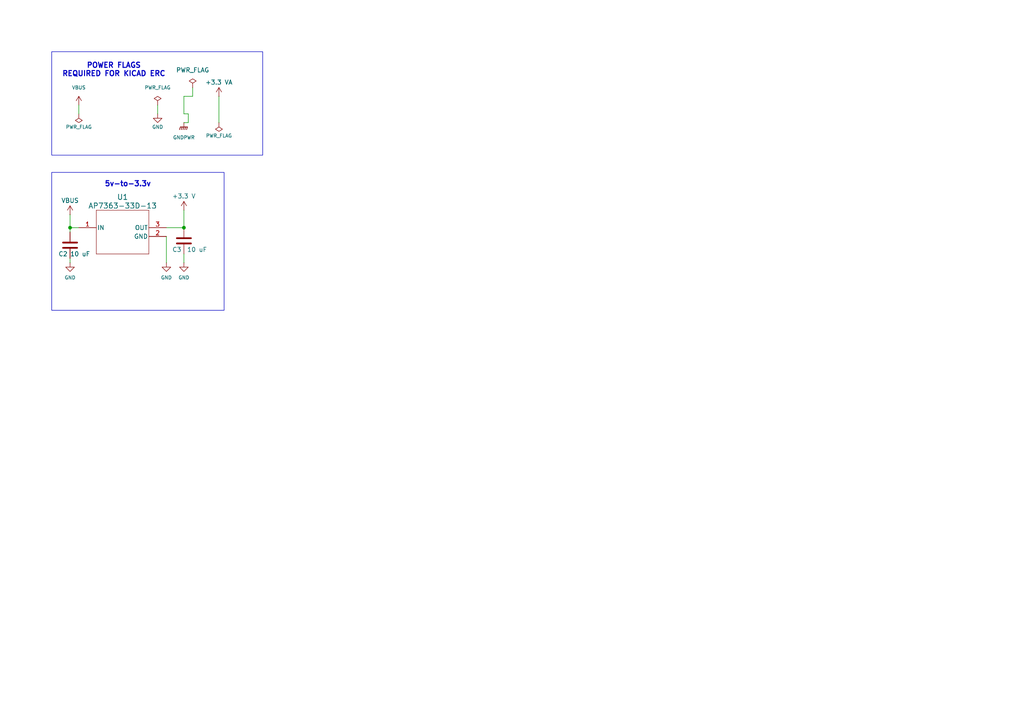
<source format=kicad_sch>
(kicad_sch (version 20231120) (generator "eeschema") (generator_version "8.0")
  (paper "A4")
  (title_block (title "Test1") (date "2024-04-30") (rev "v1") (company "InFlynn Technologies"))
  (lib_symbols
    (symbol "AP7363_33D_13:AP7363-33D-13" (pin_names (offset 0.254))
      (property "Reference" "U1" (at 27.94 8.89 0))
      (property "Value" "AP7363-33D-13" (at 27.94 6.35 0))
      (symbol "AP7363-33D-13_0_1"
        (polyline (pts (xy 20.32 5.08) (xy 20.32 -7.62)) (stroke (width 0.127)))
        (polyline (pts (xy 35.56 -7.62) (xy 35.56 5.08)) (stroke (width 0.127)))
        (polyline (pts (xy 35.56 5.08) (xy 20.32 5.08)) (stroke (width 0.127)))
        (pin power_in line (at 40.64 -2.54 180) (length 5.08) (name "GND") (number "2"))
        (pin power_out line (at 40.64 0 180) (length 5.08) (name "OUT") (number "3"))
      )
      (symbol "AP7363-33D-13_1_1"
        (polyline (pts (xy 20.32 -7.62) (xy 35.56 -7.62)) (stroke (width 0.127)))
        (pin input line (at 15.24 0 0) (length 5.08) (name "IN") (number "1"))
      )
    )
    (symbol "Device:C" (pin_numbers hide) (pin_names (offset 0.254))
      (property "Reference" "C" (at 0.635 2.54 0))
      (property "Value" "C" (at 0.635 -2.54 0))
      (symbol "C_0_1"
        (polyline (pts (xy -2.032 -0.762) (xy 2.032 -0.762)) (stroke (width 0.508)))
        (polyline (pts (xy -2.032 0.762) (xy 2.032 0.762)) (stroke (width 0.508)))
      )
      (symbol "C_1_1"
        (pin passive line (at 0 3.81 270) (length 2.794) (name "~") (number "1"))
        (pin passive line (at 0 -3.81 90) (length 2.794) (name "~") (number "2"))
      )
    )
    (symbol "power:+3V3" (power) (pin_numbers hide) (pin_names (offset 0) hide)
      (property "Value" "+3V3" (at 0 3.556 0))
      (symbol "+3V3_0_1"
        (polyline (pts (xy -0.762 1.27) (xy 0 2.54)))
        (polyline (pts (xy 0 0) (xy 0 2.54)))
        (polyline (pts (xy 0 2.54) (xy 0.762 1.27)))
      )
      (symbol "+3V3_1_1"
        (pin power_in line (at 0 0 90) (length 0) (name "~") (number "1"))
      )
    )
    (symbol "power:GND" (power) (pin_numbers hide) (pin_names (offset 0) hide)
      (property "Value" "GND" (at 0 -3.81 0))
      (symbol "GND_0_1"
        (polyline (pts (xy 0 0) (xy 0 -1.27) (xy 1.27 -1.27) (xy 0 -2.54) (xy -1.27 -1.27) (xy 0 -1.27)))
      )
      (symbol "GND_1_1"
        (pin power_in line (at 0 0 270) (length 0) (name "~") (number "1"))
      )
    )
    (symbol "power:GNDPWR" (power) (pin_numbers hide) (pin_names (offset 0) hide)
      (property "Value" "GNDPWR" (at 0 -3.302 0))
      (symbol "GNDPWR_0_1"
        (polyline (pts (xy 0 -1.27) (xy 0 0)))
        (polyline (pts (xy -1.016 -1.27) (xy -1.27 -2.032) (xy -1.27 -2.032)) (stroke (width 0.2032)))
        (polyline (pts (xy -0.508 -1.27) (xy -0.762 -2.032) (xy -0.762 -2.032)) (stroke (width 0.2032)))
        (polyline (pts (xy 0 -1.27) (xy -0.254 -2.032) (xy -0.254 -2.032)) (stroke (width 0.2032)))
        (polyline (pts (xy 0.508 -1.27) (xy 0.254 -2.032) (xy 0.254 -2.032)) (stroke (width 0.2032)))
        (polyline (pts (xy 1.016 -1.27) (xy -1.016 -1.27) (xy -1.016 -1.27)) (stroke (width 0.2032)))
        (polyline (pts (xy 1.016 -1.27) (xy 0.762 -2.032) (xy 0.762 -2.032) (xy 0.762 -2.032)) (stroke (width 0.2032)))
      )
      (symbol "GNDPWR_1_1"
        (pin power_in line (at 0 0 270) (length 0) (name "~") (number "1"))
      )
    )
    (symbol "power:PWR_FLAG" (power) (pin_numbers hide) (pin_names (offset 0) hide)
      (property "Value" "PWR_FLAG" (at 0 3.81 0))
      (symbol "PWR_FLAG_0_0"
        (pin power_out line (at 0 0 90) (length 0) (name "~") (number "1"))
      )
      (symbol "PWR_FLAG_0_1"
        (polyline (pts (xy 0 0) (xy 0 1.27) (xy -1.016 1.905) (xy 0 2.54) (xy 1.016 1.905) (xy 0 1.27)))
      )
    )
    (symbol "power:VBUS" (power) (pin_numbers hide) (pin_names (offset 0) hide)
      (property "Value" "VBUS" (at 0 3.556 0))
      (symbol "VBUS_0_1"
        (polyline (pts (xy -0.762 1.27) (xy 0 2.54)))
        (polyline (pts (xy 0 0) (xy 0 2.54)))
        (polyline (pts (xy 0 2.54) (xy 0.762 1.27)))
      )
      (symbol "VBUS_1_1"
        (pin power_in line (at 0 0 90) (length 0) (name "~") (number "1"))
      )
    )
  )
  (junction (at 20.32 66.04))
  (junction (at 53.34 66.04))
  (wire (pts (xy 55.88 25.4) (xy 55.88 27.94)))
  (wire (pts (xy 53.34 35.56) (xy 54.61 35.56)))
  (wire (pts (xy 53.34 27.94) (xy 55.88 27.94)))
  (wire (pts (xy 22.86 33.02) (xy 22.86 30.48)))
  (wire (pts (xy 54.61 33.02) (xy 54.61 35.56)))
  (wire (pts (xy 53.34 33.02) (xy 53.34 27.94)))
  (wire (pts (xy 48.26 68.58) (xy 48.26 76.2)))
  (wire (pts (xy 20.32 66.04) (xy 20.32 67.31)))
  (wire (pts (xy 53.34 73.66) (xy 53.34 76.2)))
  (wire (pts (xy 53.34 60.96) (xy 53.34 66.04)))
  (wire (pts (xy 54.61 33.02) (xy 53.34 33.02)))
  (wire (pts (xy 20.32 74.93) (xy 20.32 76.2)))
  (wire (pts (xy 20.32 62.23) (xy 20.32 66.04)))
  (wire (pts (xy 48.26 66.04) (xy 53.34 66.04)))
  (wire (pts (xy 45.72 30.48) (xy 45.72 33.02)))
  (wire (pts (xy 22.86 66.04) (xy 20.32 66.04)))
  (wire (pts (xy 63.5 27.94) (xy 63.5 35.56)))
  (rectangle (start 15 50) (end 65 90))
  (rectangle (start 15 15) (end 76.2 45))
  (text "5v-to-3.3v" (at 37.084 53.467 0) (effects (font (size 1.5 1.5) (thickness 0.3) (bold yes))))
  (text "POWER FLAGS\nREQUIRED FOR KICAD ERC" (at 33.02 20.32 0) (effects (font (size 1.5 1.5) (thickness 0.3) (bold yes))))
  (symbol (lib_id "power:GNDPWR") (at 53.34 35.56 0) (unit 1)
    (property "Reference" "#PWR018" (effects (hide yes)))
    (property "Value" "GNDPWR" (at 53.34 39.878 0) (effects (font (size 1 1))))
    (property "Description" "Power symbol creates a global label with name \"GNDPWR\" , global ground" (effects (hide yes)))
  )
  (symbol (lib_id "power:+3V3") (at 63.5 27.94 0) (unit 1)
    (property "Reference" "#PWR017" (effects (hide yes)))
    (property "Value" "+3.3 VA" (at 63.5 23.876 0))
    (property "Description" "Power symbol creates a global label with name \"+3V3\"" (effects (hide yes)))
  )
  (symbol (lib_id "power:GND") (at 48.26 76.2 0) (unit 1)
    (property "Reference" "#PWR010" (effects (hide yes)))
    (property "Value" "GND" (at 48.26 80.518 0) (effects (font (size 1 1))))
    (property "Description" "Power symbol creates a global label with name \"GND\" , ground" (effects (hide yes)))
  )
  (symbol (lib_id "power:GND") (at 53.34 76.2 0) (unit 1)
    (property "Reference" "#PWR012" (effects (hide yes)))
    (property "Value" "GND" (at 53.34 80.518 0) (effects (font (size 1 1))))
    (property "Description" "Power symbol creates a global label with name \"GND\" , ground" (effects (hide yes)))
  )
  (symbol (lib_id "power:PWR_FLAG") (at 55.88 25.4 0) (unit 1)
    (property "Reference" "#FLG01" (effects (hide yes)))
    (property "Value" "PWR_FLAG" (at 55.88 20.32 0))
    (property "Description" "Special symbol for telling ERC where power comes from" (effects (hide yes)))
  )
  (symbol (lib_id "power:PWR_FLAG") (at 22.86 33.02 180) (unit 1)
    (property "Reference" "#FLG04" (effects (hide yes)))
    (property "Value" "PWR_FLAG" (at 22.86 36.83 0) (effects (font (size 1 1))))
    (property "Description" "Special symbol for telling ERC where power comes from" (effects (hide yes)))
  )
  (symbol (lib_id "power:GND") (at 45.72 33.02 0) (unit 1)
    (property "Reference" "#PWR06" (effects (hide yes)))
    (property "Value" "GND" (at 45.72 36.83 0) (effects (font (size 1 1))))
    (property "Description" "Power symbol creates a global label with name \"GND\" , ground" (effects (hide yes)))
  )
  (symbol (lib_id "power:GND") (at 20.32 76.2 0) (unit 1)
    (property "Reference" "#PWR09" (effects (hide yes)))
    (property "Value" "GND" (at 20.32 80.518 0) (effects (font (size 1 1))))
    (property "Description" "Power symbol creates a global label with name \"GND\" , ground" (effects (hide yes)))
  )
  (symbol (lib_id "Device:C") (at 20.32 71.12 180) (unit 1)
    (property "Reference" "C2" (at 18.288 73.66 0))
    (property "Value" "10 uF" (at 23.241 73.66 0))
    (property "Footprint" "Capacitor_SMD:C_0805_2012Metric" (effects (hide yes)))
    (property "Description" "Unpolarized capacitor" (effects (hide yes)))
  )
  (symbol (lib_id "power:VBUS") (at 20.32 62.23 0) (unit 1)
    (property "Reference" "#PWR08" (effects (hide yes)))
    (property "Value" "VBUS" (at 20.32 58.166 0))
    (property "Description" "Power symbol creates a global label with name \"VBUS\"" (effects (hide yes)))
  )
  (symbol (lib_id "power:PWR_FLAG") (at 45.72 30.48 0) (unit 1)
    (property "Reference" "#FLG06" (effects (hide yes)))
    (property "Value" "PWR_FLAG" (at 45.72 25.4 0) (effects (font (size 1 1))))
    (property "Description" "Special symbol for telling ERC where power comes from" (effects (hide yes)))
  )
  (symbol (lib_id "power:+3V3") (at 53.34 60.96 0) (unit 1)
    (property "Reference" "#PWR011" (effects (hide yes)))
    (property "Value" "+3.3 V" (at 53.34 56.896 0))
    (property "Description" "Power symbol creates a global label with name \"+3V3\"" (effects (hide yes)))
  )
  (symbol (lib_id "AP7363_33D_13:AP7363-33D-13") (at 7.62 66.04 0) (unit 1)
    (property "Reference" "U1" (at 35.56 57.15 0) (effects (font (size 1.524 1.524))))
    (property "Value" "AP7363-33D-13" (at 35.56 59.69 0) (effects (font (size 1.524 1.524))))
    (property "Footprint" "AP7363_33D_13:AP7363-33D-13" (effects (hide yes)))
    (property "Datasheet" "AP7363-33D-13" (effects (hide yes)))
  )
  (symbol (lib_id "Device:C") (at 53.34 69.85 180) (unit 1)
    (property "Reference" "C3" (at 51.308 72.39 0))
    (property "Value" "10 uF" (at 57.15 72.39 0))
    (property "Footprint" "Capacitor_SMD:C_0805_2012Metric" (effects (hide yes)))
    (property "Description" "Unpolarized capacitor" (effects (hide yes)))
  )
  (symbol (lib_id "power:PWR_FLAG") (at 63.5 35.56 180) (unit 1)
    (property "Reference" "#FLG02" (effects (hide yes)))
    (property "Value" "PWR_FLAG" (at 63.5 39.37 0) (effects (font (size 1 1))))
    (property "Description" "Special symbol for telling ERC where power comes from" (effects (hide yes)))
  )
  (symbol (lib_id "power:VBUS") (at 22.86 30.48 0) (unit 1)
    (property "Reference" "#PWR01" (effects (hide yes)))
    (property "Value" "VBUS" (at 22.86 25.4 0) (effects (font (size 1 1))))
    (property "Description" "Power symbol creates a global label with name \"VBUS\"" (effects (hide yes)))
  )
)
</source>
